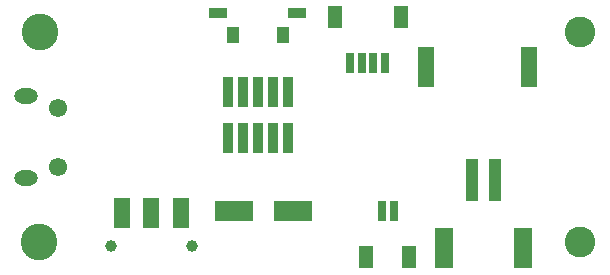
<source format=gbs>
G04 #@! TF.GenerationSoftware,KiCad,Pcbnew,(5.0.0-rc2-dev-444-g2974a2c10)*
G04 #@! TF.CreationDate,2019-10-03T16:28:08-07:00*
G04 #@! TF.ProjectId,StringCar CPy PCB,537472696E6743617220435079205043,v03*
G04 #@! TF.SameCoordinates,Original*
G04 #@! TF.FileFunction,Soldermask,Bot*
G04 #@! TF.FilePolarity,Negative*
%FSLAX46Y46*%
G04 Gerber Fmt 4.6, Leading zero omitted, Abs format (unit mm)*
G04 Created by KiCad (PCBNEW (5.0.0-rc2-dev-444-g2974a2c10)) date 10/03/19 16:28:08*
%MOMM*%
%LPD*%
G01*
G04 APERTURE LIST*
%ADD10C,3.101600*%
%ADD11R,3.301600X1.701600*%
%ADD12C,1.551600*%
%ADD13O,2.001600X1.301600*%
%ADD14R,1.101600X3.601600*%
%ADD15R,1.601600X3.501600*%
%ADD16R,1.401600X3.501600*%
%ADD17R,0.841600X2.501600*%
%ADD18C,2.601600*%
%ADD19R,1.351600X2.601600*%
%ADD20C,1.001600*%
%ADD21R,0.701600X1.651600*%
%ADD22R,1.301600X1.901600*%
%ADD23R,1.001600X1.371600*%
%ADD24R,1.551600X0.901600*%
G04 APERTURE END LIST*
D10*
X96500000Y-114300000D03*
D11*
X113000000Y-111700000D03*
X118000000Y-111700000D03*
D12*
X98108000Y-102910000D03*
X98108000Y-107910000D03*
D13*
X95408000Y-101910000D03*
X95408000Y-108910000D03*
D14*
X135100000Y-109025000D03*
X133100000Y-109025000D03*
D15*
X137450000Y-114775000D03*
X130750000Y-114775000D03*
D16*
X137950000Y-99500000D03*
X129250000Y-99500000D03*
D17*
X112460000Y-101550000D03*
X112460000Y-105450000D03*
X113730000Y-101550000D03*
X113730000Y-105450000D03*
X115000000Y-101550000D03*
X115000000Y-105450000D03*
X116270000Y-101550000D03*
X116270000Y-105450000D03*
X117540000Y-101550000D03*
X117540000Y-105450000D03*
D18*
X142280000Y-96500000D03*
X142280000Y-114300000D03*
D10*
X96540000Y-96510000D03*
D19*
X103500000Y-111850000D03*
X106000000Y-111850000D03*
X108500000Y-111850000D03*
D20*
X109400000Y-114600000D03*
X102600000Y-114600000D03*
D21*
X122800000Y-99137500D03*
X123800000Y-99137500D03*
X124800000Y-99137500D03*
X125800000Y-99137500D03*
D22*
X121500000Y-95262500D03*
X127100000Y-95262500D03*
D23*
X112900000Y-96800000D03*
X117100000Y-96800000D03*
D24*
X118350000Y-94900000D03*
X111650000Y-94900000D03*
D21*
X126500000Y-111662500D03*
X125500000Y-111662500D03*
D22*
X127800000Y-115537500D03*
X124200000Y-115537500D03*
M02*

</source>
